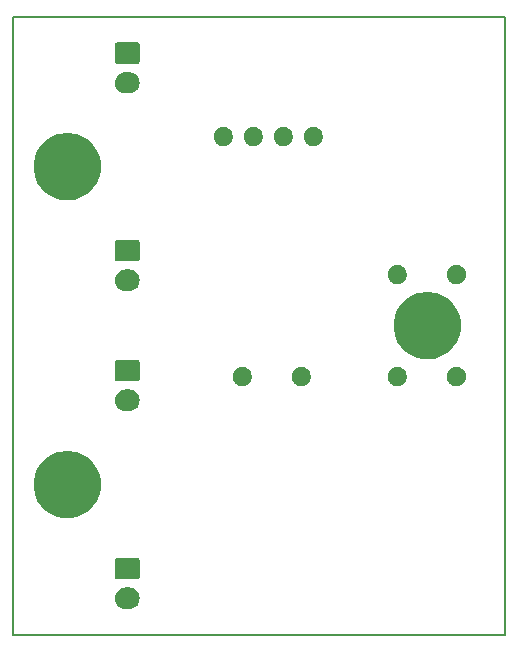
<source format=gbs>
%TF.GenerationSoftware,KiCad,Pcbnew,5.0.2+dfsg1-1*%
%TF.CreationDate,2022-03-26T23:48:13+09:00*%
%TF.ProjectId,tablet-psu,7461626c-6574-42d7-9073-752e6b696361,rev?*%
%TF.SameCoordinates,Original*%
%TF.FileFunction,Soldermask,Bot*%
%TF.FilePolarity,Negative*%
%FSLAX46Y46*%
G04 Gerber Fmt 4.6, Leading zero omitted, Abs format (unit mm)*
G04 Created by KiCad (PCBNEW 5.0.2+dfsg1-1) date Sat 26 Mar 2022 11:48:13 PM JST*
%MOMM*%
%LPD*%
G01*
G04 APERTURE LIST*
%ADD10C,0.150000*%
%ADD11C,0.100000*%
G04 APERTURE END LIST*
D10*
X138176000Y-70104000D02*
X138176000Y-122428000D01*
X96520000Y-70104000D02*
X138176000Y-70104000D01*
X96520000Y-122428000D02*
X138176000Y-122428000D01*
X96520000Y-70104000D02*
X96520000Y-122428000D01*
D11*
G36*
X106432442Y-118445518D02*
X106498627Y-118452037D01*
X106611853Y-118486384D01*
X106668467Y-118503557D01*
X106807087Y-118577652D01*
X106824991Y-118587222D01*
X106860729Y-118616552D01*
X106962186Y-118699814D01*
X107045448Y-118801271D01*
X107074778Y-118837009D01*
X107074779Y-118837011D01*
X107158443Y-118993533D01*
X107158443Y-118993534D01*
X107209963Y-119163373D01*
X107227359Y-119340000D01*
X107209963Y-119516627D01*
X107175616Y-119629853D01*
X107158443Y-119686467D01*
X107084348Y-119825087D01*
X107074778Y-119842991D01*
X107045448Y-119878729D01*
X106962186Y-119980186D01*
X106860729Y-120063448D01*
X106824991Y-120092778D01*
X106824989Y-120092779D01*
X106668467Y-120176443D01*
X106611853Y-120193616D01*
X106498627Y-120227963D01*
X106432442Y-120234482D01*
X106366260Y-120241000D01*
X105977740Y-120241000D01*
X105911558Y-120234482D01*
X105845373Y-120227963D01*
X105732147Y-120193616D01*
X105675533Y-120176443D01*
X105519011Y-120092779D01*
X105519009Y-120092778D01*
X105483271Y-120063448D01*
X105381814Y-119980186D01*
X105298552Y-119878729D01*
X105269222Y-119842991D01*
X105259652Y-119825087D01*
X105185557Y-119686467D01*
X105168384Y-119629853D01*
X105134037Y-119516627D01*
X105116641Y-119340000D01*
X105134037Y-119163373D01*
X105185557Y-118993534D01*
X105185557Y-118993533D01*
X105269221Y-118837011D01*
X105269222Y-118837009D01*
X105298552Y-118801271D01*
X105381814Y-118699814D01*
X105483271Y-118616552D01*
X105519009Y-118587222D01*
X105536913Y-118577652D01*
X105675533Y-118503557D01*
X105732147Y-118486384D01*
X105845373Y-118452037D01*
X105911558Y-118445518D01*
X105977740Y-118439000D01*
X106366260Y-118439000D01*
X106432442Y-118445518D01*
X106432442Y-118445518D01*
G37*
G36*
X107080600Y-115942989D02*
X107113649Y-115953014D01*
X107144106Y-115969294D01*
X107170799Y-115991201D01*
X107192706Y-116017894D01*
X107208986Y-116048351D01*
X107219011Y-116081400D01*
X107223000Y-116121904D01*
X107223000Y-117558096D01*
X107219011Y-117598600D01*
X107208986Y-117631649D01*
X107192706Y-117662106D01*
X107170799Y-117688799D01*
X107144106Y-117710706D01*
X107113649Y-117726986D01*
X107080600Y-117737011D01*
X107040096Y-117741000D01*
X105303904Y-117741000D01*
X105263400Y-117737011D01*
X105230351Y-117726986D01*
X105199894Y-117710706D01*
X105173201Y-117688799D01*
X105151294Y-117662106D01*
X105135014Y-117631649D01*
X105124989Y-117598600D01*
X105121000Y-117558096D01*
X105121000Y-116121904D01*
X105124989Y-116081400D01*
X105135014Y-116048351D01*
X105151294Y-116017894D01*
X105173201Y-115991201D01*
X105199894Y-115969294D01*
X105230351Y-115953014D01*
X105263400Y-115942989D01*
X105303904Y-115939000D01*
X107040096Y-115939000D01*
X107080600Y-115942989D01*
X107080600Y-115942989D01*
G37*
G36*
X101648202Y-106931781D02*
X101923606Y-106986562D01*
X102442455Y-107201476D01*
X102906259Y-107511380D01*
X102909410Y-107513486D01*
X103306514Y-107910590D01*
X103306516Y-107910593D01*
X103618524Y-108377545D01*
X103833438Y-108896394D01*
X103943000Y-109447201D01*
X103943000Y-110008799D01*
X103833438Y-110559606D01*
X103618524Y-111078455D01*
X103308620Y-111542259D01*
X103306514Y-111545410D01*
X102909410Y-111942514D01*
X102909407Y-111942516D01*
X102442455Y-112254524D01*
X101923606Y-112469438D01*
X101372800Y-112579000D01*
X100811200Y-112579000D01*
X100260394Y-112469438D01*
X99741545Y-112254524D01*
X99274593Y-111942516D01*
X99274590Y-111942514D01*
X98877486Y-111545410D01*
X98875380Y-111542259D01*
X98565476Y-111078455D01*
X98350562Y-110559606D01*
X98241000Y-110008799D01*
X98241000Y-109447201D01*
X98350562Y-108896394D01*
X98565476Y-108377545D01*
X98877484Y-107910593D01*
X98877486Y-107910590D01*
X99274590Y-107513486D01*
X99277741Y-107511380D01*
X99741545Y-107201476D01*
X100260394Y-106986562D01*
X100535798Y-106931781D01*
X100811200Y-106877000D01*
X101372800Y-106877000D01*
X101648202Y-106931781D01*
X101648202Y-106931781D01*
G37*
G36*
X106432443Y-101681519D02*
X106498627Y-101688037D01*
X106611853Y-101722384D01*
X106668467Y-101739557D01*
X106807087Y-101813652D01*
X106824991Y-101823222D01*
X106860729Y-101852552D01*
X106962186Y-101935814D01*
X107045448Y-102037271D01*
X107074778Y-102073009D01*
X107074779Y-102073011D01*
X107158443Y-102229533D01*
X107158443Y-102229534D01*
X107209963Y-102399373D01*
X107227359Y-102576000D01*
X107209963Y-102752627D01*
X107175616Y-102865853D01*
X107158443Y-102922467D01*
X107084348Y-103061087D01*
X107074778Y-103078991D01*
X107045448Y-103114729D01*
X106962186Y-103216186D01*
X106860729Y-103299448D01*
X106824991Y-103328778D01*
X106824989Y-103328779D01*
X106668467Y-103412443D01*
X106611853Y-103429616D01*
X106498627Y-103463963D01*
X106432442Y-103470482D01*
X106366260Y-103477000D01*
X105977740Y-103477000D01*
X105911558Y-103470482D01*
X105845373Y-103463963D01*
X105732147Y-103429616D01*
X105675533Y-103412443D01*
X105519011Y-103328779D01*
X105519009Y-103328778D01*
X105483271Y-103299448D01*
X105381814Y-103216186D01*
X105298552Y-103114729D01*
X105269222Y-103078991D01*
X105259652Y-103061087D01*
X105185557Y-102922467D01*
X105168384Y-102865853D01*
X105134037Y-102752627D01*
X105116641Y-102576000D01*
X105134037Y-102399373D01*
X105185557Y-102229534D01*
X105185557Y-102229533D01*
X105269221Y-102073011D01*
X105269222Y-102073009D01*
X105298552Y-102037271D01*
X105381814Y-101935814D01*
X105483271Y-101852552D01*
X105519009Y-101823222D01*
X105536913Y-101813652D01*
X105675533Y-101739557D01*
X105732147Y-101722384D01*
X105845373Y-101688037D01*
X105911557Y-101681519D01*
X105977740Y-101675000D01*
X106366260Y-101675000D01*
X106432443Y-101681519D01*
X106432443Y-101681519D01*
G37*
G36*
X134269142Y-99802242D02*
X134417102Y-99863530D01*
X134550258Y-99952502D01*
X134663498Y-100065742D01*
X134752470Y-100198898D01*
X134813758Y-100346858D01*
X134845000Y-100503925D01*
X134845000Y-100664075D01*
X134813758Y-100821142D01*
X134794494Y-100867649D01*
X134755004Y-100962986D01*
X134752470Y-100969102D01*
X134663498Y-101102258D01*
X134550258Y-101215498D01*
X134417102Y-101304470D01*
X134269142Y-101365758D01*
X134112075Y-101397000D01*
X133951925Y-101397000D01*
X133794858Y-101365758D01*
X133646898Y-101304470D01*
X133513742Y-101215498D01*
X133400502Y-101102258D01*
X133311530Y-100969102D01*
X133308997Y-100962986D01*
X133269506Y-100867649D01*
X133250242Y-100821142D01*
X133219000Y-100664075D01*
X133219000Y-100503925D01*
X133250242Y-100346858D01*
X133311530Y-100198898D01*
X133400502Y-100065742D01*
X133513742Y-99952502D01*
X133646898Y-99863530D01*
X133794858Y-99802242D01*
X133951925Y-99771000D01*
X134112075Y-99771000D01*
X134269142Y-99802242D01*
X134269142Y-99802242D01*
G37*
G36*
X129269142Y-99802242D02*
X129417102Y-99863530D01*
X129550258Y-99952502D01*
X129663498Y-100065742D01*
X129752470Y-100198898D01*
X129813758Y-100346858D01*
X129845000Y-100503925D01*
X129845000Y-100664075D01*
X129813758Y-100821142D01*
X129794494Y-100867649D01*
X129755004Y-100962986D01*
X129752470Y-100969102D01*
X129663498Y-101102258D01*
X129550258Y-101215498D01*
X129417102Y-101304470D01*
X129269142Y-101365758D01*
X129112075Y-101397000D01*
X128951925Y-101397000D01*
X128794858Y-101365758D01*
X128646898Y-101304470D01*
X128513742Y-101215498D01*
X128400502Y-101102258D01*
X128311530Y-100969102D01*
X128308997Y-100962986D01*
X128269506Y-100867649D01*
X128250242Y-100821142D01*
X128219000Y-100664075D01*
X128219000Y-100503925D01*
X128250242Y-100346858D01*
X128311530Y-100198898D01*
X128400502Y-100065742D01*
X128513742Y-99952502D01*
X128646898Y-99863530D01*
X128794858Y-99802242D01*
X128951925Y-99771000D01*
X129112075Y-99771000D01*
X129269142Y-99802242D01*
X129269142Y-99802242D01*
G37*
G36*
X121141142Y-99802242D02*
X121289102Y-99863530D01*
X121422258Y-99952502D01*
X121535498Y-100065742D01*
X121624470Y-100198898D01*
X121685758Y-100346858D01*
X121717000Y-100503925D01*
X121717000Y-100664075D01*
X121685758Y-100821142D01*
X121666494Y-100867649D01*
X121627004Y-100962986D01*
X121624470Y-100969102D01*
X121535498Y-101102258D01*
X121422258Y-101215498D01*
X121289102Y-101304470D01*
X121141142Y-101365758D01*
X120984075Y-101397000D01*
X120823925Y-101397000D01*
X120666858Y-101365758D01*
X120518898Y-101304470D01*
X120385742Y-101215498D01*
X120272502Y-101102258D01*
X120183530Y-100969102D01*
X120180997Y-100962986D01*
X120141506Y-100867649D01*
X120122242Y-100821142D01*
X120091000Y-100664075D01*
X120091000Y-100503925D01*
X120122242Y-100346858D01*
X120183530Y-100198898D01*
X120272502Y-100065742D01*
X120385742Y-99952502D01*
X120518898Y-99863530D01*
X120666858Y-99802242D01*
X120823925Y-99771000D01*
X120984075Y-99771000D01*
X121141142Y-99802242D01*
X121141142Y-99802242D01*
G37*
G36*
X116141142Y-99802242D02*
X116289102Y-99863530D01*
X116422258Y-99952502D01*
X116535498Y-100065742D01*
X116624470Y-100198898D01*
X116685758Y-100346858D01*
X116717000Y-100503925D01*
X116717000Y-100664075D01*
X116685758Y-100821142D01*
X116666494Y-100867649D01*
X116627004Y-100962986D01*
X116624470Y-100969102D01*
X116535498Y-101102258D01*
X116422258Y-101215498D01*
X116289102Y-101304470D01*
X116141142Y-101365758D01*
X115984075Y-101397000D01*
X115823925Y-101397000D01*
X115666858Y-101365758D01*
X115518898Y-101304470D01*
X115385742Y-101215498D01*
X115272502Y-101102258D01*
X115183530Y-100969102D01*
X115180997Y-100962986D01*
X115141506Y-100867649D01*
X115122242Y-100821142D01*
X115091000Y-100664075D01*
X115091000Y-100503925D01*
X115122242Y-100346858D01*
X115183530Y-100198898D01*
X115272502Y-100065742D01*
X115385742Y-99952502D01*
X115518898Y-99863530D01*
X115666858Y-99802242D01*
X115823925Y-99771000D01*
X115984075Y-99771000D01*
X116141142Y-99802242D01*
X116141142Y-99802242D01*
G37*
G36*
X107080600Y-99178989D02*
X107113649Y-99189014D01*
X107144106Y-99205294D01*
X107170799Y-99227201D01*
X107192706Y-99253894D01*
X107208986Y-99284351D01*
X107219011Y-99317400D01*
X107223000Y-99357904D01*
X107223000Y-100794096D01*
X107219011Y-100834600D01*
X107208986Y-100867649D01*
X107192706Y-100898106D01*
X107170799Y-100924799D01*
X107144106Y-100946706D01*
X107113649Y-100962986D01*
X107080600Y-100973011D01*
X107040096Y-100977000D01*
X105303904Y-100977000D01*
X105263400Y-100973011D01*
X105230351Y-100962986D01*
X105199894Y-100946706D01*
X105173201Y-100924799D01*
X105151294Y-100898106D01*
X105135014Y-100867649D01*
X105124989Y-100834600D01*
X105121000Y-100794096D01*
X105121000Y-99357904D01*
X105124989Y-99317400D01*
X105135014Y-99284351D01*
X105151294Y-99253894D01*
X105173201Y-99227201D01*
X105199894Y-99205294D01*
X105230351Y-99189014D01*
X105263400Y-99178989D01*
X105303904Y-99175000D01*
X107040096Y-99175000D01*
X107080600Y-99178989D01*
X107080600Y-99178989D01*
G37*
G36*
X132128202Y-93469781D02*
X132403606Y-93524562D01*
X132922455Y-93739476D01*
X133386259Y-94049380D01*
X133389410Y-94051486D01*
X133786514Y-94448590D01*
X133786516Y-94448593D01*
X134098524Y-94915545D01*
X134313438Y-95434394D01*
X134423000Y-95985201D01*
X134423000Y-96546799D01*
X134313438Y-97097606D01*
X134098524Y-97616455D01*
X133788620Y-98080259D01*
X133786514Y-98083410D01*
X133389410Y-98480514D01*
X133389407Y-98480516D01*
X132922455Y-98792524D01*
X132403606Y-99007438D01*
X132128202Y-99062219D01*
X131852800Y-99117000D01*
X131291200Y-99117000D01*
X130740394Y-99007438D01*
X130221545Y-98792524D01*
X129754593Y-98480516D01*
X129754590Y-98480514D01*
X129357486Y-98083410D01*
X129355380Y-98080259D01*
X129045476Y-97616455D01*
X128830562Y-97097606D01*
X128721000Y-96546799D01*
X128721000Y-95985201D01*
X128830562Y-95434394D01*
X129045476Y-94915545D01*
X129357484Y-94448593D01*
X129357486Y-94448590D01*
X129754590Y-94051486D01*
X129757741Y-94049380D01*
X130221545Y-93739476D01*
X130740394Y-93524562D01*
X131015798Y-93469781D01*
X131291200Y-93415000D01*
X131852800Y-93415000D01*
X132128202Y-93469781D01*
X132128202Y-93469781D01*
G37*
G36*
X106432443Y-91521519D02*
X106498627Y-91528037D01*
X106611853Y-91562384D01*
X106668467Y-91579557D01*
X106807087Y-91653652D01*
X106824991Y-91663222D01*
X106860729Y-91692552D01*
X106962186Y-91775814D01*
X107037778Y-91867925D01*
X107074778Y-91913009D01*
X107074779Y-91913011D01*
X107158443Y-92069533D01*
X107158443Y-92069534D01*
X107209963Y-92239373D01*
X107227359Y-92416000D01*
X107209963Y-92592627D01*
X107186956Y-92668470D01*
X107158443Y-92762467D01*
X107084348Y-92901087D01*
X107074778Y-92918991D01*
X107045448Y-92954729D01*
X106962186Y-93056186D01*
X106860729Y-93139448D01*
X106824991Y-93168778D01*
X106824989Y-93168779D01*
X106668467Y-93252443D01*
X106611853Y-93269616D01*
X106498627Y-93303963D01*
X106432443Y-93310481D01*
X106366260Y-93317000D01*
X105977740Y-93317000D01*
X105911557Y-93310481D01*
X105845373Y-93303963D01*
X105732147Y-93269616D01*
X105675533Y-93252443D01*
X105519011Y-93168779D01*
X105519009Y-93168778D01*
X105483271Y-93139448D01*
X105381814Y-93056186D01*
X105298552Y-92954729D01*
X105269222Y-92918991D01*
X105259652Y-92901087D01*
X105185557Y-92762467D01*
X105157044Y-92668470D01*
X105134037Y-92592627D01*
X105116641Y-92416000D01*
X105134037Y-92239373D01*
X105185557Y-92069534D01*
X105185557Y-92069533D01*
X105269221Y-91913011D01*
X105269222Y-91913009D01*
X105306222Y-91867925D01*
X105381814Y-91775814D01*
X105483271Y-91692552D01*
X105519009Y-91663222D01*
X105536913Y-91653652D01*
X105675533Y-91579557D01*
X105732147Y-91562384D01*
X105845373Y-91528037D01*
X105911557Y-91521519D01*
X105977740Y-91515000D01*
X106366260Y-91515000D01*
X106432443Y-91521519D01*
X106432443Y-91521519D01*
G37*
G36*
X134269142Y-91166242D02*
X134417102Y-91227530D01*
X134550258Y-91316502D01*
X134663498Y-91429742D01*
X134729177Y-91528037D01*
X134752471Y-91562900D01*
X134766354Y-91596417D01*
X134813758Y-91710858D01*
X134845000Y-91867925D01*
X134845000Y-92028075D01*
X134813758Y-92185142D01*
X134752470Y-92333102D01*
X134663498Y-92466258D01*
X134550258Y-92579498D01*
X134417102Y-92668470D01*
X134269142Y-92729758D01*
X134112075Y-92761000D01*
X133951925Y-92761000D01*
X133794858Y-92729758D01*
X133646898Y-92668470D01*
X133513742Y-92579498D01*
X133400502Y-92466258D01*
X133311530Y-92333102D01*
X133250242Y-92185142D01*
X133219000Y-92028075D01*
X133219000Y-91867925D01*
X133250242Y-91710858D01*
X133297646Y-91596417D01*
X133311529Y-91562900D01*
X133334824Y-91528037D01*
X133400502Y-91429742D01*
X133513742Y-91316502D01*
X133646898Y-91227530D01*
X133794858Y-91166242D01*
X133951925Y-91135000D01*
X134112075Y-91135000D01*
X134269142Y-91166242D01*
X134269142Y-91166242D01*
G37*
G36*
X129269142Y-91166242D02*
X129417102Y-91227530D01*
X129550258Y-91316502D01*
X129663498Y-91429742D01*
X129729177Y-91528037D01*
X129752471Y-91562900D01*
X129766354Y-91596417D01*
X129813758Y-91710858D01*
X129845000Y-91867925D01*
X129845000Y-92028075D01*
X129813758Y-92185142D01*
X129752470Y-92333102D01*
X129663498Y-92466258D01*
X129550258Y-92579498D01*
X129417102Y-92668470D01*
X129269142Y-92729758D01*
X129112075Y-92761000D01*
X128951925Y-92761000D01*
X128794858Y-92729758D01*
X128646898Y-92668470D01*
X128513742Y-92579498D01*
X128400502Y-92466258D01*
X128311530Y-92333102D01*
X128250242Y-92185142D01*
X128219000Y-92028075D01*
X128219000Y-91867925D01*
X128250242Y-91710858D01*
X128297646Y-91596417D01*
X128311529Y-91562900D01*
X128334824Y-91528037D01*
X128400502Y-91429742D01*
X128513742Y-91316502D01*
X128646898Y-91227530D01*
X128794858Y-91166242D01*
X128951925Y-91135000D01*
X129112075Y-91135000D01*
X129269142Y-91166242D01*
X129269142Y-91166242D01*
G37*
G36*
X107080600Y-89018989D02*
X107113649Y-89029014D01*
X107144106Y-89045294D01*
X107170799Y-89067201D01*
X107192706Y-89093894D01*
X107208986Y-89124351D01*
X107219011Y-89157400D01*
X107223000Y-89197904D01*
X107223000Y-90634096D01*
X107219011Y-90674600D01*
X107208986Y-90707649D01*
X107192706Y-90738106D01*
X107170799Y-90764799D01*
X107144106Y-90786706D01*
X107113649Y-90802986D01*
X107080600Y-90813011D01*
X107040096Y-90817000D01*
X105303904Y-90817000D01*
X105263400Y-90813011D01*
X105230351Y-90802986D01*
X105199894Y-90786706D01*
X105173201Y-90764799D01*
X105151294Y-90738106D01*
X105135014Y-90707649D01*
X105124989Y-90674600D01*
X105121000Y-90634096D01*
X105121000Y-89197904D01*
X105124989Y-89157400D01*
X105135014Y-89124351D01*
X105151294Y-89093894D01*
X105173201Y-89067201D01*
X105199894Y-89045294D01*
X105230351Y-89029014D01*
X105263400Y-89018989D01*
X105303904Y-89015000D01*
X107040096Y-89015000D01*
X107080600Y-89018989D01*
X107080600Y-89018989D01*
G37*
G36*
X101648202Y-80007781D02*
X101923606Y-80062562D01*
X102442455Y-80277476D01*
X102906259Y-80587380D01*
X102909410Y-80589486D01*
X103306514Y-80986590D01*
X103306516Y-80986593D01*
X103618524Y-81453545D01*
X103833438Y-81972394D01*
X103943000Y-82523201D01*
X103943000Y-83084799D01*
X103833438Y-83635606D01*
X103618524Y-84154455D01*
X103308620Y-84618259D01*
X103306514Y-84621410D01*
X102909410Y-85018514D01*
X102909407Y-85018516D01*
X102442455Y-85330524D01*
X101923606Y-85545438D01*
X101648202Y-85600219D01*
X101372800Y-85655000D01*
X100811200Y-85655000D01*
X100535798Y-85600219D01*
X100260394Y-85545438D01*
X99741545Y-85330524D01*
X99274593Y-85018516D01*
X99274590Y-85018514D01*
X98877486Y-84621410D01*
X98875380Y-84618259D01*
X98565476Y-84154455D01*
X98350562Y-83635606D01*
X98241000Y-83084799D01*
X98241000Y-82523201D01*
X98350562Y-81972394D01*
X98565476Y-81453545D01*
X98877484Y-80986593D01*
X98877486Y-80986590D01*
X99274590Y-80589486D01*
X99277741Y-80587380D01*
X99741545Y-80277476D01*
X100260394Y-80062562D01*
X100535798Y-80007781D01*
X100811200Y-79953000D01*
X101372800Y-79953000D01*
X101648202Y-80007781D01*
X101648202Y-80007781D01*
G37*
G36*
X117077142Y-79482242D02*
X117225102Y-79543530D01*
X117358258Y-79632502D01*
X117471498Y-79745742D01*
X117560470Y-79878898D01*
X117621758Y-80026858D01*
X117653000Y-80183925D01*
X117653000Y-80344075D01*
X117621758Y-80501142D01*
X117560470Y-80649102D01*
X117471498Y-80782258D01*
X117358258Y-80895498D01*
X117225102Y-80984470D01*
X117077142Y-81045758D01*
X116920075Y-81077000D01*
X116759925Y-81077000D01*
X116602858Y-81045758D01*
X116454898Y-80984470D01*
X116321742Y-80895498D01*
X116208502Y-80782258D01*
X116119530Y-80649102D01*
X116058242Y-80501142D01*
X116027000Y-80344075D01*
X116027000Y-80183925D01*
X116058242Y-80026858D01*
X116119530Y-79878898D01*
X116208502Y-79745742D01*
X116321742Y-79632502D01*
X116454898Y-79543530D01*
X116602858Y-79482242D01*
X116759925Y-79451000D01*
X116920075Y-79451000D01*
X117077142Y-79482242D01*
X117077142Y-79482242D01*
G37*
G36*
X122157142Y-79482242D02*
X122305102Y-79543530D01*
X122438258Y-79632502D01*
X122551498Y-79745742D01*
X122640470Y-79878898D01*
X122701758Y-80026858D01*
X122733000Y-80183925D01*
X122733000Y-80344075D01*
X122701758Y-80501142D01*
X122640470Y-80649102D01*
X122551498Y-80782258D01*
X122438258Y-80895498D01*
X122305102Y-80984470D01*
X122157142Y-81045758D01*
X122000075Y-81077000D01*
X121839925Y-81077000D01*
X121682858Y-81045758D01*
X121534898Y-80984470D01*
X121401742Y-80895498D01*
X121288502Y-80782258D01*
X121199530Y-80649102D01*
X121138242Y-80501142D01*
X121107000Y-80344075D01*
X121107000Y-80183925D01*
X121138242Y-80026858D01*
X121199530Y-79878898D01*
X121288502Y-79745742D01*
X121401742Y-79632502D01*
X121534898Y-79543530D01*
X121682858Y-79482242D01*
X121839925Y-79451000D01*
X122000075Y-79451000D01*
X122157142Y-79482242D01*
X122157142Y-79482242D01*
G37*
G36*
X119617142Y-79482242D02*
X119765102Y-79543530D01*
X119898258Y-79632502D01*
X120011498Y-79745742D01*
X120100470Y-79878898D01*
X120161758Y-80026858D01*
X120193000Y-80183925D01*
X120193000Y-80344075D01*
X120161758Y-80501142D01*
X120100470Y-80649102D01*
X120011498Y-80782258D01*
X119898258Y-80895498D01*
X119765102Y-80984470D01*
X119617142Y-81045758D01*
X119460075Y-81077000D01*
X119299925Y-81077000D01*
X119142858Y-81045758D01*
X118994898Y-80984470D01*
X118861742Y-80895498D01*
X118748502Y-80782258D01*
X118659530Y-80649102D01*
X118598242Y-80501142D01*
X118567000Y-80344075D01*
X118567000Y-80183925D01*
X118598242Y-80026858D01*
X118659530Y-79878898D01*
X118748502Y-79745742D01*
X118861742Y-79632502D01*
X118994898Y-79543530D01*
X119142858Y-79482242D01*
X119299925Y-79451000D01*
X119460075Y-79451000D01*
X119617142Y-79482242D01*
X119617142Y-79482242D01*
G37*
G36*
X114537142Y-79482242D02*
X114685102Y-79543530D01*
X114818258Y-79632502D01*
X114931498Y-79745742D01*
X115020470Y-79878898D01*
X115081758Y-80026858D01*
X115113000Y-80183925D01*
X115113000Y-80344075D01*
X115081758Y-80501142D01*
X115020470Y-80649102D01*
X114931498Y-80782258D01*
X114818258Y-80895498D01*
X114685102Y-80984470D01*
X114537142Y-81045758D01*
X114380075Y-81077000D01*
X114219925Y-81077000D01*
X114062858Y-81045758D01*
X113914898Y-80984470D01*
X113781742Y-80895498D01*
X113668502Y-80782258D01*
X113579530Y-80649102D01*
X113518242Y-80501142D01*
X113487000Y-80344075D01*
X113487000Y-80183925D01*
X113518242Y-80026858D01*
X113579530Y-79878898D01*
X113668502Y-79745742D01*
X113781742Y-79632502D01*
X113914898Y-79543530D01*
X114062858Y-79482242D01*
X114219925Y-79451000D01*
X114380075Y-79451000D01*
X114537142Y-79482242D01*
X114537142Y-79482242D01*
G37*
G36*
X106432442Y-74797518D02*
X106498627Y-74804037D01*
X106611853Y-74838384D01*
X106668467Y-74855557D01*
X106807087Y-74929652D01*
X106824991Y-74939222D01*
X106860729Y-74968552D01*
X106962186Y-75051814D01*
X107045448Y-75153271D01*
X107074778Y-75189009D01*
X107074779Y-75189011D01*
X107158443Y-75345533D01*
X107158443Y-75345534D01*
X107209963Y-75515373D01*
X107227359Y-75692000D01*
X107209963Y-75868627D01*
X107175616Y-75981853D01*
X107158443Y-76038467D01*
X107084348Y-76177087D01*
X107074778Y-76194991D01*
X107045448Y-76230729D01*
X106962186Y-76332186D01*
X106860729Y-76415448D01*
X106824991Y-76444778D01*
X106824989Y-76444779D01*
X106668467Y-76528443D01*
X106611853Y-76545616D01*
X106498627Y-76579963D01*
X106432443Y-76586481D01*
X106366260Y-76593000D01*
X105977740Y-76593000D01*
X105911557Y-76586481D01*
X105845373Y-76579963D01*
X105732147Y-76545616D01*
X105675533Y-76528443D01*
X105519011Y-76444779D01*
X105519009Y-76444778D01*
X105483271Y-76415448D01*
X105381814Y-76332186D01*
X105298552Y-76230729D01*
X105269222Y-76194991D01*
X105259652Y-76177087D01*
X105185557Y-76038467D01*
X105168384Y-75981853D01*
X105134037Y-75868627D01*
X105116641Y-75692000D01*
X105134037Y-75515373D01*
X105185557Y-75345534D01*
X105185557Y-75345533D01*
X105269221Y-75189011D01*
X105269222Y-75189009D01*
X105298552Y-75153271D01*
X105381814Y-75051814D01*
X105483271Y-74968552D01*
X105519009Y-74939222D01*
X105536913Y-74929652D01*
X105675533Y-74855557D01*
X105732147Y-74838384D01*
X105845373Y-74804037D01*
X105911558Y-74797518D01*
X105977740Y-74791000D01*
X106366260Y-74791000D01*
X106432442Y-74797518D01*
X106432442Y-74797518D01*
G37*
G36*
X107080600Y-72294989D02*
X107113649Y-72305014D01*
X107144106Y-72321294D01*
X107170799Y-72343201D01*
X107192706Y-72369894D01*
X107208986Y-72400351D01*
X107219011Y-72433400D01*
X107223000Y-72473904D01*
X107223000Y-73910096D01*
X107219011Y-73950600D01*
X107208986Y-73983649D01*
X107192706Y-74014106D01*
X107170799Y-74040799D01*
X107144106Y-74062706D01*
X107113649Y-74078986D01*
X107080600Y-74089011D01*
X107040096Y-74093000D01*
X105303904Y-74093000D01*
X105263400Y-74089011D01*
X105230351Y-74078986D01*
X105199894Y-74062706D01*
X105173201Y-74040799D01*
X105151294Y-74014106D01*
X105135014Y-73983649D01*
X105124989Y-73950600D01*
X105121000Y-73910096D01*
X105121000Y-72473904D01*
X105124989Y-72433400D01*
X105135014Y-72400351D01*
X105151294Y-72369894D01*
X105173201Y-72343201D01*
X105199894Y-72321294D01*
X105230351Y-72305014D01*
X105263400Y-72294989D01*
X105303904Y-72291000D01*
X107040096Y-72291000D01*
X107080600Y-72294989D01*
X107080600Y-72294989D01*
G37*
M02*

</source>
